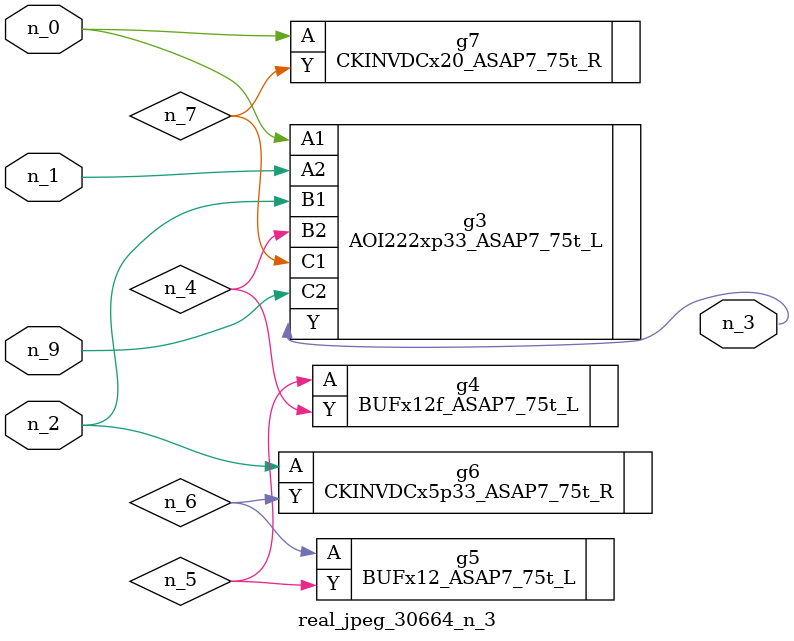
<source format=v>
module real_jpeg_30664_n_3 (n_9, n_1, n_0, n_2, n_3);

input n_9;
input n_1;
input n_0;
input n_2;

output n_3;

wire n_5;
wire n_4;
wire n_6;
wire n_7;

AOI222xp33_ASAP7_75t_L g3 ( 
.A1(n_0),
.A2(n_1),
.B1(n_2),
.B2(n_4),
.C1(n_7),
.C2(n_9),
.Y(n_3)
);

CKINVDCx20_ASAP7_75t_R g7 ( 
.A(n_0),
.Y(n_7)
);

CKINVDCx5p33_ASAP7_75t_R g6 ( 
.A(n_2),
.Y(n_6)
);

BUFx12f_ASAP7_75t_L g4 ( 
.A(n_5),
.Y(n_4)
);

BUFx12_ASAP7_75t_L g5 ( 
.A(n_6),
.Y(n_5)
);


endmodule
</source>
